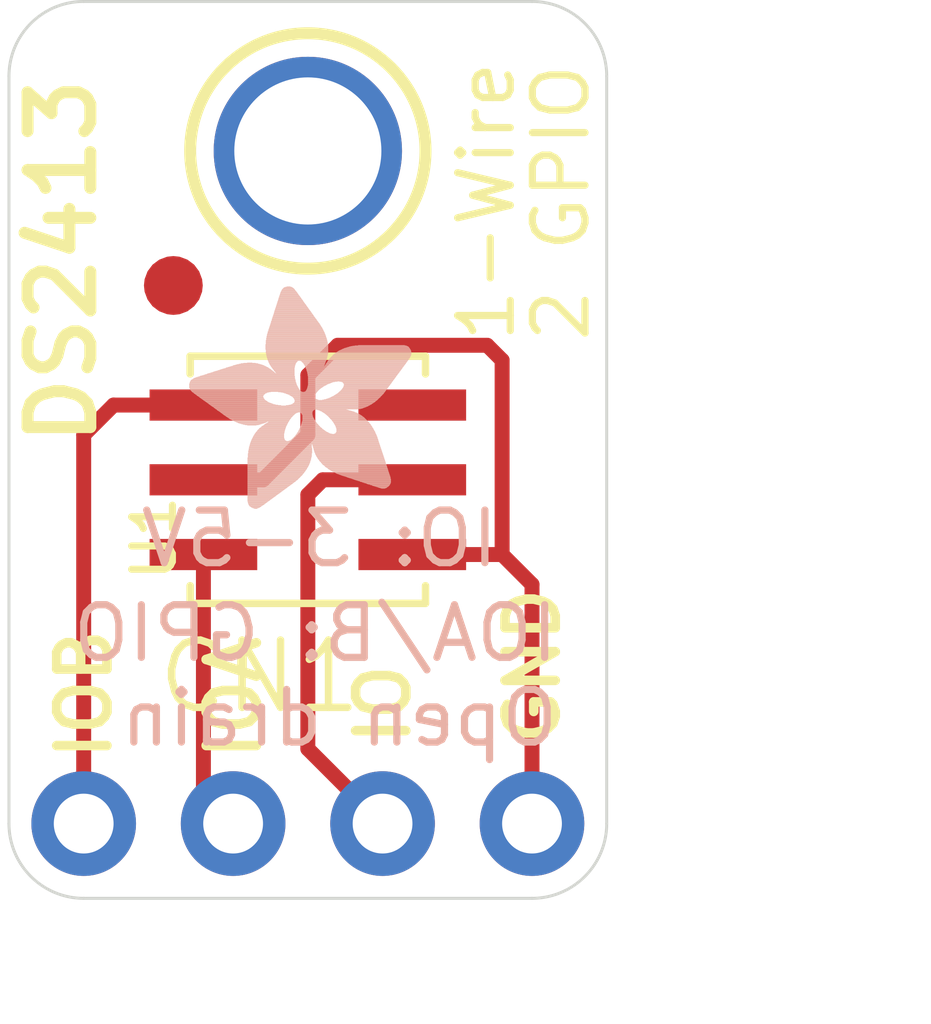
<source format=kicad_pcb>
(kicad_pcb (version 20211014) (generator pcbnew)
  (layers (0 "F.Cu" signal) (31 "B.Cu" signal) (34 "B.Paste" user) (35 "F.Paste" user) (36 "B.SilkS" user "B.Silkscreen") (37 "F.SilkS" user "F.Silkscreen") (38 "B.Mask" user) (39 "F.Mask" user) (44 "Edge.Cuts" user))
  (net 0 "")
  (net 1 "GND")
  (net 2 "IO")
  (net 3 "PIOA")
  (net 4 "PIOB")
  (footprint "boardEagle:MOUNTINGHOLE_2.5_PLATED" (layer "F.Cu") (at 148.5011 99.9236)
    (fp_text reference "U$4" hide)
    (fp_text value "MOUNTINGHOLE2.5" hide)
    (pad "P$1" thru_hole circle (at 0 0) (size 3.2 3.2) (drill 2.5) (layers *.Cu *.Mask))
  )
  (footprint "boardEagle:FIDUCIAL_1MM" (layer "F.Cu") (at 146.2151 102.2096)
    (fp_text reference "FID1" hide)
    (fp_text value "FIDUCIAL\"\"" hide)
    (pad "1" smd roundrect (at 0 0) (size 1 1) (layers "F.Cu" "F.Mask") (roundrect_rratio 0.5))
  )
  (footprint "boardEagle:DS2413_TSOC6L" (layer "F.Cu") (at 148.5011 105.5116 -90)
    (fp_text reference "U1" (at 1.764 2.616 90) (layer "F.SilkS") (effects (font (size 0.692831 0.692831) (thickness 0.119969)) (justify left)))
    (fp_text value "DS2413")
    (pad "1" smd rect (at 1.27 -1.775) (size 1.83 0.53) (layers "F.Cu" "F.Paste" "F.Mask") (net 1 "GND"))
    (pad "2" smd rect (at 0 -1.775) (size 1.83 0.53) (layers "F.Cu" "F.Paste" "F.Mask") (net 2 "IO"))
    (pad "3" smd rect (at -1.27 -1.775) (size 1.83 0.53) (layers "F.Cu" "F.Paste" "F.Mask"))
    (pad "4" smd rect (at -1.27 1.775) (size 1.83 0.53) (layers "F.Cu" "F.Paste" "F.Mask") (net 4 "PIOB"))
    (pad "5" smd rect (at 0 1.775) (size 1.83 0.53) (layers "F.Cu" "F.Paste" "F.Mask") (net 1 "GND"))
    (pad "6" smd rect (at 1.27 1.775) (size 1.83 0.53) (layers "F.Cu" "F.Paste" "F.Mask") (net 3 "PIOA"))
  )
  (footprint "boardEagle:1X04-CLEANBIG" (layer "F.Cu") (at 148.5011 111.3536)
    (fp_text reference "CN1" (at -2.6162 -1.8288) (layer "F.SilkS") (effects (font (size 1.143 1.143) (thickness 0.127)) (justify left bottom)))
    (fp_text value "1X4-CLEANBIG")
    (pad "1" thru_hole circle (at -3.81 0 90) (size 1.778 1.778) (drill 1.016) (layers *.Cu *.Mask) (net 4 "PIOB"))
    (pad "2" thru_hole circle (at -1.27 0 90) (size 1.778 1.778) (drill 1.016) (layers *.Cu *.Mask) (net 3 "PIOA"))
    (pad "3" thru_hole circle (at 1.27 0 90) (size 1.778 1.778) (drill 1.016) (layers *.Cu *.Mask) (net 2 "IO"))
    (pad "4" thru_hole circle (at 3.81 0 90) (size 1.778 1.778) (drill 1.016) (layers *.Cu *.Mask) (net 1 "GND"))
  )
  (footprint "boardEagle:ADAFRUIT_3.5MM" (layer "B.Cu") (at 150.2791 106.0196 180)
    (fp_text reference "U$3" hide)
    (fp_text value "" hide)
  )
  (gr_line (start 144.6911 112.6236) (end 152.3111 112.6236) (layer "Edge.Cuts") (width 0.05))
  (gr_line (start 152.3111 97.3836) (end 144.6911 97.3836) (layer "Edge.Cuts") (width 0.05))
  (gr_arc (start 143.4211 98.6536) (mid 143.793074 97.755574) (end 144.6911 97.3836) (layer "Edge.Cuts") (width 0.05))
  (gr_arc (start 144.6911 112.6236) (mid 143.793074 112.251626) (end 143.4211 111.3536) (layer "Edge.Cuts") (width 0.05))
  (gr_arc (start 153.5811 111.3536) (mid 153.209126 112.251626) (end 152.3111 112.6236) (layer "Edge.Cuts") (width 0.05))
  (gr_line (start 153.5811 111.3536) (end 153.5811 98.6536) (layer "Edge.Cuts") (width 0.05))
  (gr_arc (start 152.3111 97.3836) (mid 153.209126 97.755574) (end 153.5811 98.6536) (layer "Edge.Cuts") (width 0.05))
  (gr_line (start 143.4211 98.6536) (end 143.4211 111.3536) (layer "Edge.Cuts") (width 0.05))
  (gr_text "IO: 3-5V" (at 151.8031 107.0356) (layer "B.SilkS") (effects (font (size 0.89408 0.89408) (thickness 0.12192)) (justify left bottom mirror)))
  (gr_text "IOA/B: GPIO\nOpen drain" (at 152.8191 110.0836) (layer "B.SilkS") (effects (font (size 0.89408 0.89408) (thickness 0.12192)) (justify left bottom mirror)))
  (gr_text "GND" (at 152.8191 110.0836 90) (layer "F.SilkS") (effects (font (size 0.85344 0.85344) (thickness 0.16256)) (justify left bottom)))
  (gr_text "IOA" (at 147.7391 110.3376 90) (layer "F.SilkS") (effects (font (size 0.85344 0.85344) (thickness 0.16256)) (justify left bottom)))
  (gr_text "2 GPIO" (at 153.3271 103.2256 90) (layer "F.SilkS") (effects (font (size 0.89408 0.89408) (thickness 0.12192)) (justify left bottom)))
  (gr_text "1-Wire" (at 152.0571 103.2256 90) (layer "F.SilkS") (effects (font (size 0.89408 0.89408) (thickness 0.12192)) (justify left bottom)))
  (gr_text "DS2413" (at 144.9451 105.0036 90) (layer "F.SilkS") (effects (font (size 1.0668 1.0668) (thickness 0.2032)) (justify left bottom)))
  (gr_text "IOB" (at 145.1991 110.3376 90) (layer "F.SilkS") (effects (font (size 0.85344 0.85344) (thickness 0.16256)) (justify left bottom)))
  (gr_text "IO" (at 150.2791 110.0836 90) (layer "F.SilkS") (effects (font (size 0.85344 0.85344) (thickness 0.16256)) (justify left bottom)))
  (segment (start 148.5011 103.7336) (end 149.0091 103.2256) (width 0.254) (layer "F.Cu") (net 1))
  (segment (start 152.3111 107.2896) (end 152.3111 111.3536) (width 0.254) (layer "F.Cu") (net 1))
  (segment (start 151.8031 106.7816) (end 152.3111 107.2896) (width 0.254) (layer "F.Cu") (net 1))
  (segment (start 148.5011 104.7496) (end 148.5011 103.7336) (width 0.254) (layer "F.Cu") (net 1))
  (segment (start 147.7391 105.5116) (end 148.5011 104.7496) (width 0.254) (layer "F.Cu") (net 1))
  (segment (start 150.2761 106.7816) (end 151.8031 106.7816) (width 0.254) (layer "F.Cu") (net 1))
  (segment (start 146.7261 105.5116) (end 147.7391 105.5116) (width 0.254) (layer "F.Cu") (net 1))
  (segment (start 149.0091 103.2256) (end 151.5491 103.2256) (width 0.254) (layer "F.Cu") (net 1))
  (segment (start 151.5491 103.2256) (end 151.8031 103.4796) (width 0.254) (layer "F.Cu") (net 1))
  (segment (start 151.8031 103.4796) (end 151.8031 106.7816) (width 0.254) (layer "F.Cu") (net 1))
  (segment (start 150.2761 105.5116) (end 148.7551 105.5116) (width 0.254) (layer "F.Cu") (net 2))
  (segment (start 148.5011 105.7656) (end 148.5011 110.0836) (width 0.254) (layer "F.Cu") (net 2))
  (segment (start 148.5011 110.0836) (end 149.7711 111.3536) (width 0.254) (layer "F.Cu") (net 2))
  (segment (start 148.7551 105.5116) (end 148.5011 105.7656) (width 0.254) (layer "F.Cu") (net 2))
  (segment (start 146.7261 106.7816) (end 146.7261 110.8486) (width 0.254) (layer "F.Cu") (net 3))
  (segment (start 146.7261 110.8486) (end 147.2311 111.3536) (width 0.254) (layer "F.Cu") (net 3))
  (segment (start 145.1991 104.2416) (end 144.6911 104.7496) (width 0.254) (layer "F.Cu") (net 4))
  (segment (start 144.6911 104.7496) (end 144.6911 111.3536) (width 0.254) (layer "F.Cu") (net 4))
  (segment (start 146.7261 104.2416) (end 145.1991 104.2416) (width 0.254) (layer "F.Cu") (net 4))
)
</source>
